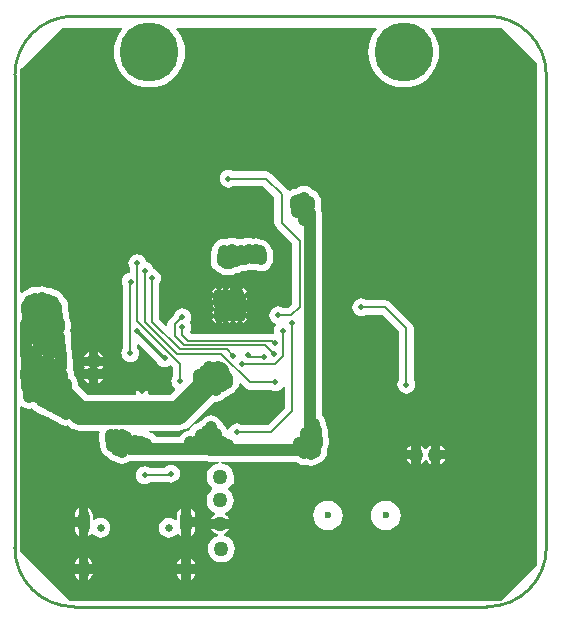
<source format=gbl>
G04*
G04 #@! TF.GenerationSoftware,Altium Limited,Altium Designer,20.2.3 (150)*
G04*
G04 Layer_Physical_Order=2*
G04 Layer_Color=16711680*
%FSLAX44Y44*%
%MOMM*%
G71*
G04*
G04 #@! TF.SameCoordinates,529A9E34-4FC0-4C7B-B34A-3B4898198E1E*
G04*
G04*
G04 #@! TF.FilePolarity,Positive*
G04*
G01*
G75*
%ADD11C,0.2000*%
%ADD19C,0.2540*%
%ADD64C,1.0000*%
%ADD71C,2.0000*%
%ADD72C,0.6000*%
%ADD73C,5.0000*%
%ADD74C,0.6500*%
%ADD75O,1.0000X1.6000*%
%ADD76O,1.0000X2.1000*%
%ADD77C,0.5000*%
%ADD78C,1.2700*%
G36*
X441706Y460121D02*
Y34925D01*
X411607Y4826D01*
X46736D01*
X4445Y47117D01*
Y169241D01*
X5584Y169803D01*
X6519Y169085D01*
X8952Y168077D01*
X11562Y167734D01*
X14173Y168077D01*
X14442Y168189D01*
X14488Y168169D01*
X15479Y166878D01*
X17568Y165275D01*
X20001Y164267D01*
X20099Y164254D01*
X21251Y163370D01*
X23684Y162362D01*
X24855Y162208D01*
X25823Y161465D01*
X28123Y160512D01*
X28306Y160274D01*
X30395Y158671D01*
X32828Y157663D01*
X33125Y157624D01*
X34078Y156893D01*
X36436Y155917D01*
X38142Y154607D01*
X40575Y153599D01*
X43185Y153256D01*
X44706Y153456D01*
X46871Y151679D01*
X49477Y150286D01*
X52305Y149428D01*
X55245Y149138D01*
X71009D01*
X71814Y148136D01*
X71793Y147868D01*
X71453Y145288D01*
Y141117D01*
X71797Y138506D01*
X72342Y137190D01*
Y136164D01*
X72686Y133553D01*
X73693Y131121D01*
X75296Y129032D01*
X77385Y127429D01*
X78885Y126808D01*
X79614Y125857D01*
X81703Y124254D01*
X84136Y123246D01*
X84953Y123139D01*
X85915Y122401D01*
X88348Y121393D01*
X90958Y121049D01*
X93569Y121393D01*
X96001Y122401D01*
X97309Y123404D01*
X97409Y123391D01*
X161353D01*
X162362Y122972D01*
X164973Y122629D01*
X172975D01*
X173058Y121359D01*
X170773Y121058D01*
X168012Y119914D01*
X165641Y118095D01*
X163822Y115724D01*
X162678Y112963D01*
X162288Y110000D01*
X162678Y107037D01*
X163822Y104276D01*
X165641Y101905D01*
X167081Y100800D01*
Y99200D01*
X165641Y98095D01*
X163822Y95724D01*
X162678Y92963D01*
X162288Y90000D01*
X162678Y87037D01*
X163822Y84276D01*
X165641Y81905D01*
X168012Y80086D01*
X169774Y79356D01*
Y77981D01*
X169253Y77765D01*
X167396Y76340D01*
X165971Y74483D01*
X165770Y74000D01*
X181702D01*
X181501Y74483D01*
X180076Y76340D01*
X178219Y77765D01*
X177698Y77981D01*
Y79356D01*
X179460Y80086D01*
X181831Y81905D01*
X183650Y84276D01*
X184794Y87037D01*
X185184Y90000D01*
X184794Y92963D01*
X183650Y95724D01*
X181831Y98095D01*
X180391Y99200D01*
Y100800D01*
X181831Y101905D01*
X183526Y104114D01*
X184240Y104243D01*
X184994Y104202D01*
X185230Y103849D01*
Y106934D01*
Y111552D01*
X184964Y111672D01*
X184794Y112963D01*
X183650Y115724D01*
X181831Y118095D01*
X179460Y119914D01*
X176699Y121058D01*
X174414Y121359D01*
X174497Y122629D01*
X238002D01*
X239691Y121333D01*
X242124Y120325D01*
X244734Y119982D01*
X246982Y120278D01*
X248093Y119817D01*
X250703Y119474D01*
X253314Y119817D01*
X255746Y120825D01*
X256526Y121423D01*
X256870Y121468D01*
X259303Y122476D01*
X261392Y124079D01*
X262994Y126168D01*
X264002Y128600D01*
X264346Y131211D01*
Y132293D01*
X264518Y132518D01*
X265526Y134950D01*
X265870Y137561D01*
Y141732D01*
X265526Y144342D01*
X264727Y146272D01*
Y149733D01*
X264383Y152344D01*
X263375Y154776D01*
X263330Y154836D01*
Y155067D01*
X262986Y157677D01*
X261978Y160110D01*
X260375Y162199D01*
X259641Y162762D01*
Y333502D01*
X259298Y336113D01*
X258999Y336833D01*
X259266Y338856D01*
Y343027D01*
X258922Y345638D01*
X257914Y348070D01*
X256311Y350159D01*
X254223Y351762D01*
X252494Y352478D01*
X251740Y353461D01*
X249650Y355064D01*
X247218Y356072D01*
X244607Y356415D01*
X241997Y356072D01*
X239564Y355064D01*
X237744Y353667D01*
X237679Y353659D01*
X237455Y353566D01*
X235266Y353278D01*
X232833Y352270D01*
X232606Y352095D01*
X230889Y352379D01*
X230259Y353322D01*
X216924Y366657D01*
X214939Y367983D01*
X212598Y368448D01*
X185196D01*
X184630Y368882D01*
X182806Y369638D01*
X180848Y369896D01*
X178890Y369638D01*
X177066Y368882D01*
X175499Y367680D01*
X174297Y366113D01*
X173541Y364289D01*
X173283Y362331D01*
X173541Y360373D01*
X174297Y358549D01*
X175499Y356982D01*
X177066Y355780D01*
X178890Y355024D01*
X180848Y354766D01*
X182806Y355024D01*
X184630Y355780D01*
X185196Y356213D01*
X210064D01*
X219816Y346462D01*
Y325120D01*
X220281Y322779D01*
X221607Y320794D01*
X235056Y307346D01*
Y256153D01*
X231674Y252771D01*
X227365D01*
X226800Y253205D01*
X224975Y253961D01*
X223017Y254219D01*
X221059Y253961D01*
X219235Y253205D01*
X217668Y252003D01*
X216466Y250436D01*
X215710Y248612D01*
X215453Y246654D01*
X215710Y244696D01*
X216466Y242871D01*
X217668Y241305D01*
X219235Y240103D01*
X220684Y239502D01*
X221135Y238471D01*
X221171Y238051D01*
X220525Y237208D01*
X219769Y235384D01*
X219511Y233426D01*
X219665Y232259D01*
X219575Y231950D01*
X218706Y231101D01*
X218596Y231063D01*
X218145Y231153D01*
X148974D01*
X147982Y232145D01*
Y232146D01*
X148416Y232712D01*
X149171Y234536D01*
X149429Y236494D01*
X149171Y238452D01*
X148416Y240276D01*
X147990Y240831D01*
X148289Y241220D01*
X149044Y243045D01*
X149302Y245003D01*
X149044Y246961D01*
X148289Y248785D01*
X147086Y250352D01*
X145520Y251554D01*
X143695Y252310D01*
X141737Y252568D01*
X139780Y252310D01*
X137955Y251554D01*
X136388Y250352D01*
X135186Y248785D01*
X134430Y246961D01*
X134412Y246823D01*
X130929Y243340D01*
X129603Y241355D01*
X129137Y239014D01*
Y238424D01*
X127964Y237938D01*
X122196Y243707D01*
Y273909D01*
X122629Y274475D01*
X123385Y276299D01*
X123643Y278257D01*
X123385Y280215D01*
X122629Y282039D01*
X121427Y283606D01*
X119860Y284808D01*
X118036Y285564D01*
X117264Y285666D01*
X117162Y286438D01*
X116406Y288262D01*
X115204Y289829D01*
X113637Y291031D01*
X111813Y291787D01*
X111058Y291886D01*
X110939Y292788D01*
X110183Y294612D01*
X108981Y296179D01*
X107414Y297381D01*
X105590Y298137D01*
X103632Y298395D01*
X101674Y298137D01*
X99850Y297381D01*
X98283Y296179D01*
X97081Y294612D01*
X96325Y292788D01*
X96067Y290830D01*
X96325Y288872D01*
X97081Y287048D01*
X97514Y286482D01*
Y282594D01*
X95959Y282389D01*
X94135Y281633D01*
X92568Y280431D01*
X91366Y278864D01*
X90610Y277040D01*
X90352Y275082D01*
X90610Y273124D01*
X91366Y271300D01*
X91545Y271066D01*
Y218978D01*
X91112Y218412D01*
X90356Y216588D01*
X90098Y214630D01*
X90356Y212672D01*
X91112Y210848D01*
X92314Y209281D01*
X93881Y208079D01*
X95705Y207323D01*
X97663Y207065D01*
X99621Y207323D01*
X101445Y208079D01*
X103012Y209281D01*
X104214Y210848D01*
X104970Y212672D01*
X105228Y214630D01*
X104970Y216588D01*
X104214Y218412D01*
X103780Y218978D01*
Y221942D01*
X104954Y222428D01*
X119730Y207652D01*
X120195Y206530D01*
X121397Y204963D01*
X122964Y203761D01*
X124788Y203005D01*
X126746Y202747D01*
X128704Y203005D01*
X130528Y203761D01*
X131871Y204791D01*
X133836Y202825D01*
Y195356D01*
X133403Y194790D01*
X132647Y192966D01*
X132389Y191008D01*
X132647Y189050D01*
X133403Y187226D01*
X134605Y185659D01*
X135628Y184874D01*
X135872Y183322D01*
X131834Y179284D01*
X113190D01*
X112498Y180554D01*
X112835Y182245D01*
X112822Y182309D01*
X102570D01*
X102557Y182245D01*
X102894Y180554D01*
X102202Y179284D01*
X61488D01*
X53271Y187500D01*
Y188930D01*
X52928Y191541D01*
X51920Y193974D01*
X50317Y196063D01*
X50187Y196162D01*
Y196397D01*
X49844Y199008D01*
X49004Y201036D01*
X49208Y202585D01*
Y206756D01*
X48864Y209366D01*
X48704Y209752D01*
X48727Y209919D01*
Y214090D01*
X48383Y216701D01*
X47915Y217830D01*
Y220583D01*
X47601Y222965D01*
X47811Y224556D01*
Y228727D01*
X47467Y231338D01*
X46738Y233097D01*
X46959Y233629D01*
X47303Y236240D01*
Y240411D01*
X46959Y243022D01*
X45951Y245454D01*
X45906Y245514D01*
Y246761D01*
X45562Y249371D01*
X45271Y250075D01*
Y254127D01*
X44927Y256737D01*
X43919Y259170D01*
X42316Y261259D01*
X41211Y262107D01*
X40744Y263234D01*
X39141Y265323D01*
X37053Y266926D01*
X34620Y267934D01*
X34323Y267973D01*
X33295Y268762D01*
X30862Y269769D01*
X28252Y270113D01*
X27503Y270015D01*
X25476Y270855D01*
X22865Y271198D01*
X20255Y270855D01*
X19732Y270638D01*
X17404Y270944D01*
X14794Y270601D01*
X12361Y269593D01*
X10818Y268409D01*
X10058Y268309D01*
X7626Y267301D01*
X5715Y265835D01*
X4445Y266154D01*
Y454849D01*
X5207Y455803D01*
X5715Y456311D01*
X5715Y456311D01*
X39624Y490220D01*
X90521D01*
X91053Y489067D01*
X89573Y487334D01*
X87106Y483308D01*
X85299Y478945D01*
X84197Y474353D01*
X83826Y469646D01*
X84197Y464939D01*
X85299Y460347D01*
X87106Y455984D01*
X89573Y451958D01*
X92640Y448367D01*
X96231Y445300D01*
X100257Y442833D01*
X104620Y441026D01*
X109212Y439924D01*
X113919Y439553D01*
X118626Y439924D01*
X123218Y441026D01*
X127581Y442833D01*
X131607Y445300D01*
X135198Y448367D01*
X138265Y451958D01*
X140732Y455984D01*
X142539Y460347D01*
X143641Y464939D01*
X144012Y469646D01*
X143641Y474353D01*
X142539Y478945D01*
X140732Y483308D01*
X138265Y487334D01*
X136785Y489067D01*
X137317Y490220D01*
X305786D01*
X306318Y489067D01*
X304839Y487334D01*
X302371Y483308D01*
X300564Y478945D01*
X299462Y474353D01*
X299091Y469646D01*
X299462Y464939D01*
X300564Y460347D01*
X302371Y455984D01*
X304839Y451958D01*
X307905Y448367D01*
X311496Y445300D01*
X315522Y442833D01*
X319885Y441026D01*
X324477Y439924D01*
X329184Y439553D01*
X333891Y439924D01*
X338483Y441026D01*
X342846Y442833D01*
X346872Y445300D01*
X350463Y448367D01*
X353530Y451958D01*
X355997Y455984D01*
X357804Y460347D01*
X358906Y464939D01*
X359277Y469646D01*
X358906Y474353D01*
X357804Y478945D01*
X355997Y483308D01*
X353530Y487334D01*
X352050Y489067D01*
X352581Y490220D01*
X411607D01*
X441706Y460121D01*
D02*
G37*
G36*
X194536Y185559D02*
X196521Y184233D01*
X198862Y183767D01*
X216257D01*
X216822Y183334D01*
X218647Y182578D01*
X220604Y182320D01*
X222562Y182578D01*
X224387Y183334D01*
X225953Y184536D01*
X227156Y186103D01*
X227181Y186165D01*
X228451Y185912D01*
Y168015D01*
X214110Y153673D01*
X192453D01*
X191887Y154107D01*
X190063Y154863D01*
X188105Y155121D01*
X186147Y154863D01*
X184323Y154107D01*
X182756Y152905D01*
X181554Y151338D01*
X180826Y149580D01*
X180606Y149503D01*
X179508Y149443D01*
X178666Y151474D01*
X177064Y153563D01*
X175885Y154467D01*
X175864Y154629D01*
X174856Y157062D01*
X173253Y159151D01*
X171164Y160754D01*
X168732Y161762D01*
X166121Y162105D01*
X163511Y161762D01*
X161078Y160754D01*
X158989Y159151D01*
X157666Y157426D01*
X155941Y156103D01*
X155377Y155367D01*
X154748Y155285D01*
X152315Y154277D01*
X150226Y152674D01*
X148623Y150585D01*
X148123Y149376D01*
X145731Y149062D01*
X143298Y148054D01*
X141209Y146451D01*
X139606Y144362D01*
X139276Y143563D01*
X119504D01*
X118263Y145181D01*
X116173Y146784D01*
X113741Y147792D01*
X113157Y147868D01*
X113240Y149138D01*
X138077D01*
X141017Y149428D01*
X143845Y150286D01*
X146451Y151679D01*
X148735Y153553D01*
X168790Y173608D01*
X169983Y173451D01*
X172593Y173795D01*
X175026Y174803D01*
X177115Y176406D01*
X177614Y177056D01*
X177927Y177097D01*
X180360Y178105D01*
X182449Y179708D01*
X182893Y180286D01*
X184678Y181026D01*
X186767Y182629D01*
X188370Y184718D01*
X189378Y187150D01*
X189584Y188716D01*
X190925Y189171D01*
X194536Y185559D01*
D02*
G37*
%LPC*%
G36*
X197871Y312473D02*
X195261Y312130D01*
X192925Y311162D01*
X191648Y311330D01*
X189076Y310992D01*
X189072Y310995D01*
X186639Y312003D01*
X184028Y312346D01*
X181418Y312003D01*
X179364Y311152D01*
X177043Y311457D01*
X174433Y311114D01*
X172000Y310106D01*
X169911Y308503D01*
X168308Y306414D01*
X167301Y303981D01*
X167029Y301920D01*
X166075Y299615D01*
X165731Y297004D01*
Y292833D01*
X166075Y290223D01*
X167082Y287790D01*
X168685Y285701D01*
X170774Y284098D01*
X171688Y283720D01*
X171689Y283718D01*
X173778Y282115D01*
X176211Y281107D01*
X178821Y280764D01*
X180536Y280989D01*
X182250Y280764D01*
X184861Y281107D01*
X187293Y282115D01*
X188062Y282705D01*
X189433Y282885D01*
X191866Y283893D01*
X192773Y284590D01*
X194823Y284320D01*
X197434Y284663D01*
X198949Y285291D01*
X200538Y285082D01*
X201303Y285182D01*
X203846Y284848D01*
X204391Y284919D01*
X205929Y284282D01*
X208539Y283939D01*
X211150Y284282D01*
X213582Y285290D01*
X215672Y286893D01*
X217274Y288982D01*
X218282Y291414D01*
X218626Y294025D01*
Y298196D01*
X218282Y300807D01*
X217274Y303239D01*
X217077Y303496D01*
X216131Y305779D01*
X214529Y307868D01*
X212439Y309471D01*
X210007Y310479D01*
X208948Y310618D01*
X206832Y311495D01*
X204221Y311838D01*
X201917Y311535D01*
X200482Y312130D01*
X197871Y312473D01*
D02*
G37*
G36*
X196342Y269748D02*
X167259D01*
Y265748D01*
Y259652D01*
Y253429D01*
Y247714D01*
Y241872D01*
Y240030D01*
X196342D01*
Y241872D01*
Y247714D01*
Y253429D01*
Y259652D01*
Y265748D01*
Y269748D01*
D02*
G37*
G36*
X70675Y215738D02*
Y211772D01*
X74641D01*
X74440Y212255D01*
X73015Y214112D01*
X71158Y215537D01*
X70675Y215738D01*
D02*
G37*
G36*
X62675D02*
X62192Y215537D01*
X60335Y214112D01*
X58910Y212255D01*
X58709Y211772D01*
X62675D01*
Y215738D01*
D02*
G37*
G36*
X74641Y203772D02*
X58709D01*
X58910Y203289D01*
X59499Y202521D01*
X58783Y201587D01*
X58582Y201104D01*
X74514D01*
X74313Y201587D01*
X73724Y202355D01*
X74440Y203289D01*
X74641Y203772D01*
D02*
G37*
G36*
X74514Y193104D02*
X70548D01*
Y189138D01*
X71031Y189339D01*
X72888Y190764D01*
X74313Y192621D01*
X74514Y193104D01*
D02*
G37*
G36*
X62548D02*
X58582D01*
X58783Y192621D01*
X60208Y190764D01*
X62065Y189339D01*
X62548Y189138D01*
Y193104D01*
D02*
G37*
G36*
X293370Y260930D02*
X291412Y260672D01*
X289588Y259916D01*
X288021Y258714D01*
X286819Y257147D01*
X286063Y255323D01*
X285805Y253365D01*
X286063Y251407D01*
X286819Y249583D01*
X288021Y248016D01*
X289588Y246814D01*
X291412Y246058D01*
X293370Y245800D01*
X295328Y246058D01*
X297152Y246814D01*
X297718Y247248D01*
X311156D01*
X325353Y233051D01*
Y192308D01*
X324919Y191742D01*
X324163Y189918D01*
X323905Y187960D01*
X324163Y186002D01*
X324919Y184178D01*
X326121Y182611D01*
X327688Y181409D01*
X329512Y180653D01*
X331470Y180395D01*
X333428Y180653D01*
X335252Y181409D01*
X336819Y182611D01*
X338021Y184178D01*
X338777Y186002D01*
X339035Y187960D01*
X338777Y189918D01*
X338021Y191742D01*
X337588Y192308D01*
Y235585D01*
X337122Y237926D01*
X335796Y239911D01*
X318016Y257691D01*
X316031Y259017D01*
X313690Y259482D01*
X297718D01*
X297152Y259916D01*
X295328Y260672D01*
X293370Y260930D01*
D02*
G37*
G36*
X352108Y136617D02*
X351625Y136416D01*
X349768Y134991D01*
X348599Y133469D01*
X348204Y133362D01*
X347503D01*
X347107Y133469D01*
X345938Y134991D01*
X344081Y136416D01*
X343598Y136617D01*
Y128651D01*
Y120685D01*
X344081Y120886D01*
X345938Y122311D01*
X347107Y123833D01*
X347503Y123940D01*
X348204D01*
X348599Y123833D01*
X349768Y122311D01*
X351625Y120886D01*
X352108Y120685D01*
Y128651D01*
Y136617D01*
D02*
G37*
G36*
X360108D02*
Y132651D01*
X364074D01*
X363873Y133134D01*
X362448Y134991D01*
X360591Y136416D01*
X360108Y136617D01*
D02*
G37*
G36*
X335598D02*
X335115Y136416D01*
X333258Y134991D01*
X331833Y133134D01*
X331632Y132651D01*
X335598D01*
Y136617D01*
D02*
G37*
G36*
X364074Y124651D02*
X360108D01*
Y120685D01*
X360591Y120886D01*
X362448Y122311D01*
X363873Y124168D01*
X364074Y124651D01*
D02*
G37*
G36*
X335598D02*
X331632D01*
X331833Y124168D01*
X333258Y122311D01*
X335115Y120886D01*
X335598Y120685D01*
Y124651D01*
D02*
G37*
G36*
X132207Y120087D02*
X130249Y119829D01*
X128425Y119073D01*
X126858Y117871D01*
X126498Y117402D01*
X114235D01*
X113669Y117835D01*
X111845Y118591D01*
X109887Y118849D01*
X107929Y118591D01*
X106105Y117835D01*
X104538Y116633D01*
X103336Y115066D01*
X102580Y113242D01*
X102322Y111284D01*
X102580Y109326D01*
X103336Y107502D01*
X104538Y105935D01*
X106105Y104733D01*
X107929Y103977D01*
X109887Y103719D01*
X111845Y103977D01*
X113669Y104733D01*
X114235Y105166D01*
X130618D01*
X132207Y104957D01*
X134165Y105215D01*
X135989Y105971D01*
X137556Y107173D01*
X138758Y108740D01*
X139514Y110564D01*
X139772Y112522D01*
X139514Y114480D01*
X138758Y116304D01*
X137556Y117871D01*
X135989Y119073D01*
X134165Y119829D01*
X132207Y120087D01*
D02*
G37*
G36*
X148780Y83685D02*
Y75750D01*
X152385D01*
Y77250D01*
X152126Y79218D01*
X151366Y81053D01*
X150158Y82628D01*
X148780Y83685D01*
D02*
G37*
G36*
X54280D02*
X52902Y82628D01*
X51694Y81053D01*
X50934Y79218D01*
X50675Y77250D01*
Y75750D01*
X54280D01*
Y83685D01*
D02*
G37*
G36*
X140780D02*
X139402Y82628D01*
X138194Y81053D01*
X137434Y79218D01*
X137175Y77250D01*
Y73489D01*
X135905Y72948D01*
X134591Y73956D01*
X132584Y74788D01*
X130430Y75071D01*
X128276Y74788D01*
X126269Y73956D01*
X124546Y72634D01*
X123224Y70911D01*
X122392Y68904D01*
X122109Y66750D01*
X122392Y64596D01*
X123224Y62589D01*
X124546Y60866D01*
X126269Y59544D01*
X128276Y58712D01*
X130430Y58429D01*
X132584Y58712D01*
X134591Y59544D01*
X136314Y60866D01*
X137096Y61886D01*
X137156Y61916D01*
X138653Y61849D01*
X139402Y60872D01*
X140780Y59815D01*
Y71750D01*
Y83685D01*
D02*
G37*
G36*
X314060Y89788D02*
X310797Y89358D01*
X307756Y88099D01*
X305145Y86095D01*
X303141Y83484D01*
X301882Y80443D01*
X301452Y77180D01*
X301882Y73917D01*
X303141Y70876D01*
X305145Y68265D01*
X307756Y66261D01*
X310797Y65002D01*
X314060Y64572D01*
X317323Y65002D01*
X320364Y66261D01*
X322975Y68265D01*
X324979Y70876D01*
X326238Y73917D01*
X326668Y77180D01*
X326238Y80443D01*
X324979Y83484D01*
X322975Y86095D01*
X320364Y88099D01*
X317323Y89358D01*
X314060Y89788D01*
D02*
G37*
G36*
X265060D02*
X261797Y89358D01*
X258756Y88099D01*
X256145Y86095D01*
X254141Y83484D01*
X252882Y80443D01*
X252452Y77180D01*
X252882Y73917D01*
X254141Y70876D01*
X256145Y68265D01*
X258756Y66261D01*
X261797Y65002D01*
X265060Y64572D01*
X268323Y65002D01*
X271364Y66261D01*
X273975Y68265D01*
X275979Y70876D01*
X277238Y73917D01*
X277668Y77180D01*
X277238Y80443D01*
X275979Y83484D01*
X273975Y86095D01*
X271364Y88099D01*
X268323Y89358D01*
X265060Y89788D01*
D02*
G37*
G36*
X152385Y67750D02*
X148780D01*
Y59815D01*
X150158Y60872D01*
X151366Y62447D01*
X152126Y64282D01*
X152385Y66250D01*
Y67750D01*
D02*
G37*
G36*
X54280D02*
X50675D01*
Y66250D01*
X50934Y64282D01*
X51694Y62447D01*
X52902Y60872D01*
X54280Y59815D01*
Y67750D01*
D02*
G37*
G36*
X62280Y83685D02*
Y71750D01*
Y59815D01*
X63658Y60872D01*
X64407Y61849D01*
X65904Y61916D01*
X65964Y61886D01*
X66746Y60866D01*
X68469Y59544D01*
X70476Y58712D01*
X72630Y58429D01*
X74784Y58712D01*
X76791Y59544D01*
X78514Y60866D01*
X79836Y62589D01*
X80668Y64596D01*
X80951Y66750D01*
X80668Y68904D01*
X79836Y70911D01*
X78514Y72634D01*
X76791Y73956D01*
X74784Y74788D01*
X72630Y75071D01*
X70476Y74788D01*
X68469Y73956D01*
X67155Y72948D01*
X65885Y73489D01*
Y77250D01*
X65626Y79218D01*
X64866Y81053D01*
X63658Y82628D01*
X62280Y83685D01*
D02*
G37*
G36*
X181702Y66000D02*
X165770D01*
X165971Y65517D01*
X167396Y63660D01*
X169253Y62235D01*
X171415Y61339D01*
X172127Y61245D01*
Y59964D01*
X171897Y59934D01*
X169136Y58790D01*
X166765Y56971D01*
X164946Y54600D01*
X163802Y51839D01*
X163412Y48876D01*
X163802Y45913D01*
X164946Y43152D01*
X166765Y40781D01*
X169136Y38962D01*
X171897Y37818D01*
X174860Y37428D01*
X177823Y37818D01*
X180584Y38962D01*
X182955Y40781D01*
X184774Y43152D01*
X185918Y45913D01*
X186308Y48876D01*
X185918Y51839D01*
X184774Y54600D01*
X182955Y56971D01*
X180584Y58790D01*
X177823Y59934D01*
X177055Y60035D01*
X176884Y60307D01*
X177388Y61890D01*
X178219Y62235D01*
X180076Y63660D01*
X181501Y65517D01*
X181702Y66000D01*
D02*
G37*
G36*
X148780Y41185D02*
Y35750D01*
X152253D01*
X152126Y36718D01*
X151366Y38552D01*
X150158Y40128D01*
X148780Y41185D01*
D02*
G37*
G36*
X62280D02*
Y35750D01*
X65753D01*
X65626Y36718D01*
X64866Y38552D01*
X63658Y40128D01*
X62280Y41185D01*
D02*
G37*
G36*
X140780D02*
X139402Y40128D01*
X138194Y38552D01*
X137434Y36718D01*
X137307Y35750D01*
X140780D01*
Y41185D01*
D02*
G37*
G36*
X54280D02*
X52902Y40128D01*
X51694Y38552D01*
X50934Y36718D01*
X50807Y35750D01*
X54280D01*
Y41185D01*
D02*
G37*
G36*
X152253Y27750D02*
X148780D01*
Y22315D01*
X150158Y23372D01*
X151366Y24948D01*
X152126Y26782D01*
X152253Y27750D01*
D02*
G37*
G36*
X65753D02*
X62280D01*
Y22315D01*
X63658Y23372D01*
X64866Y24948D01*
X65626Y26782D01*
X65753Y27750D01*
D02*
G37*
G36*
X140780D02*
X137307D01*
X137434Y26782D01*
X138194Y24948D01*
X139402Y23372D01*
X140780Y22315D01*
Y27750D01*
D02*
G37*
G36*
X54280D02*
X50807D01*
X50934Y26782D01*
X51694Y24948D01*
X52902Y23372D01*
X54280Y22315D01*
Y27750D01*
D02*
G37*
%LPD*%
D11*
X141864Y229611D02*
X146440Y225035D01*
X141864Y229611D02*
Y236494D01*
X146440Y225035D02*
X218145D01*
X135255Y229109D02*
X142828Y221535D01*
X135255Y239014D02*
X141244Y245003D01*
X135255Y229109D02*
Y239014D01*
X142828Y221535D02*
X212170D01*
X139446Y217805D02*
X179730D01*
X116078Y241173D02*
Y278257D01*
Y241173D02*
X139446Y217805D01*
X137033Y214122D02*
X174625D01*
X109855Y241300D02*
Y284480D01*
Y241300D02*
X137033Y214122D01*
X103632Y241681D02*
X139954Y205359D01*
X103632Y241681D02*
Y290830D01*
X139954Y191008D02*
Y205359D01*
X223017Y246654D02*
X234208D01*
X241173Y253619D01*
Y309880D01*
X225933Y325120D02*
X241173Y309880D01*
X212598Y362331D02*
X225933Y348996D01*
Y325120D02*
Y348996D01*
X180848Y362331D02*
X212598D01*
X97663Y214630D02*
Y274828D01*
X97917Y275082D01*
X173736Y70000D02*
X174681Y70945D01*
X198862Y189885D02*
X220604D01*
X174625Y214122D02*
X198862Y189885D01*
X179730Y217805D02*
X184917Y212618D01*
X313690Y253365D02*
X331470Y235585D01*
X293370Y253365D02*
X313690D01*
X234569Y165481D02*
Y239903D01*
X188105Y147556D02*
X216644D01*
X234569Y165481D01*
X219660Y223520D02*
X220472D01*
X218145Y225035D02*
X219660Y223520D01*
X212170Y221535D02*
X219583Y214122D01*
X227076Y211836D02*
Y233426D01*
X141244Y245003D02*
X141737D01*
X331470Y187960D02*
Y235585D01*
X109887Y111284D02*
X130969D01*
X132207Y112522D01*
X199243Y211348D02*
X210825D01*
X192024Y205105D02*
X220345D01*
X227076Y211836D01*
D19*
X102997Y233426D02*
X126111Y210312D01*
X126746D01*
X205622Y297298D02*
X206209Y297886D01*
X0Y50000D02*
G03*
X50000Y0I50000J0D01*
G01*
X400000D02*
G03*
X450000Y50000I0J50000D01*
G01*
Y450000D02*
G03*
X400000Y500000I-50000J0D01*
G01*
X50000D02*
G03*
X0Y450000I0J-50000D01*
G01*
X50000Y0D02*
X400000D01*
X50000Y500000D02*
X400000D01*
X450000Y50000D02*
Y450000D01*
X0Y50000D02*
Y450000D01*
D64*
X190627Y257429D02*
Y261600D01*
Y251714D02*
Y255885D01*
X189230Y260477D02*
Y264648D01*
X190627Y245872D02*
Y250043D01*
X184531Y245872D02*
Y250043D01*
X183515Y260096D02*
Y264267D01*
X178308Y259715D02*
Y263886D01*
X172720Y257429D02*
Y263652D01*
X181991Y249047D02*
Y253218D01*
X178816Y245872D02*
Y250043D01*
X173385Y245660D02*
Y249830D01*
X174879Y247142D02*
Y251313D01*
X169983Y183538D02*
Y187709D01*
X175317Y186840D02*
Y191011D01*
X179635Y189761D02*
Y193932D01*
X164776Y198397D02*
Y202568D01*
X160712Y195603D02*
Y199774D01*
X155632Y191793D02*
Y195964D01*
X184028Y298089D02*
Y302260D01*
X177043Y297200D02*
Y301371D01*
X175817Y292833D02*
Y297004D01*
X178821Y290850D02*
Y295021D01*
X182250Y290850D02*
Y295021D01*
X186822Y292628D02*
Y296799D01*
X191273Y294651D02*
Y298822D01*
X191648Y297073D02*
Y301244D01*
X197871Y298216D02*
Y302387D01*
X194823Y294406D02*
Y298577D01*
X200538Y295168D02*
Y299339D01*
X203846Y294934D02*
Y299105D01*
X204221Y297581D02*
Y301752D01*
X207396Y296565D02*
Y300736D01*
X208539Y294025D02*
Y298196D01*
X28072Y206776D02*
Y210947D01*
X23881Y202966D02*
Y207137D01*
X43185Y184759D02*
Y188930D01*
X40101Y192226D02*
Y196397D01*
X39121Y202585D02*
Y206756D01*
X38640Y209919D02*
Y214090D01*
X37829Y216412D02*
Y220583D01*
X37724Y224556D02*
Y228727D01*
X23119Y217825D02*
Y221996D01*
X25278Y224175D02*
Y228346D01*
X30739Y230398D02*
Y234569D01*
X18547Y232176D02*
Y236347D01*
X23707Y233943D02*
Y238114D01*
X19817Y246146D02*
Y250317D01*
X25492Y245630D02*
Y249801D01*
X37216Y236240D02*
Y240411D01*
X35819Y242590D02*
Y246761D01*
X35184Y249956D02*
Y254127D01*
X32009Y254020D02*
Y258191D01*
X28252Y255856D02*
Y260027D01*
X22865Y256941D02*
Y261112D01*
X17404Y256687D02*
Y260858D01*
X12669Y254395D02*
Y258566D01*
X10038Y250337D02*
Y254508D01*
X10927Y242971D02*
Y247142D01*
X9784Y235351D02*
Y239522D01*
X9403Y228112D02*
Y232283D01*
X9747Y220632D02*
Y224803D01*
Y213490D02*
Y217661D01*
X10546Y206014D02*
Y210185D01*
X10292Y200172D02*
Y204343D01*
X9530Y194203D02*
Y198374D01*
X14229Y192171D02*
Y196342D01*
X10673Y185948D02*
Y190119D01*
X11562Y177820D02*
Y181991D01*
X43185Y163342D02*
Y167513D01*
X39121Y165628D02*
Y169799D01*
X35438Y167406D02*
Y171577D01*
X30866Y170200D02*
Y174371D01*
X26294Y172105D02*
Y176276D01*
X22611Y174010D02*
Y178181D01*
X18547Y177312D02*
Y181483D01*
X111130Y133878D02*
Y138049D01*
X106431Y135275D02*
Y139446D01*
X101859Y135783D02*
Y139954D01*
X90937Y140990D02*
Y145161D01*
X94112Y139593D02*
Y143764D01*
X90958Y131136D02*
Y135307D01*
X86746Y132989D02*
Y137160D01*
X82428Y136164D02*
Y140335D01*
X81539Y141117D02*
Y145288D01*
X148341Y135148D02*
Y139319D01*
X157358Y141371D02*
Y145542D01*
X154564Y136291D02*
Y140462D01*
X180345Y132735D02*
Y136906D01*
X175392Y135148D02*
Y139319D01*
X166121Y147848D02*
Y152019D01*
X163073Y144800D02*
Y148971D01*
X169931Y142260D02*
Y146431D01*
Y136291D02*
Y140462D01*
X161295Y136926D02*
Y141097D01*
X244734Y130068D02*
Y134239D01*
X240797Y134513D02*
Y138684D01*
X246512Y143022D02*
Y147193D01*
X245750Y136164D02*
Y140335D01*
X253243Y150896D02*
Y155067D01*
X254640Y145562D02*
Y149733D01*
X255783Y137561D02*
Y141732D01*
X254259Y131211D02*
Y135382D01*
X250703Y129560D02*
Y133731D01*
X249179Y338856D02*
Y343027D01*
X244607Y342158D02*
Y346329D01*
X237876Y339364D02*
Y343535D01*
X244607Y327172D02*
Y331343D01*
X239146Y333776D02*
Y337947D01*
X245110Y132715D02*
X249555Y137160D01*
Y333502D01*
X243586Y339471D02*
X249555Y333502D01*
X240289Y338729D02*
Y343916D01*
X85725Y145161D02*
X97409Y133477D01*
X164973D01*
Y132715D02*
X245110D01*
X171958Y198092D02*
Y198731D01*
X179900Y297298D02*
X205622D01*
D71*
X25908Y193548D02*
X55245Y164211D01*
X138077D02*
X171958Y198092D01*
X55245Y164211D02*
X138077D01*
D72*
X314060Y77180D02*
D03*
X265060D02*
D03*
D73*
X329184Y469646D02*
D03*
X113919D02*
D03*
D74*
X72630Y66750D02*
D03*
X130430D02*
D03*
D75*
X144780Y31750D02*
D03*
X58280D02*
D03*
D76*
X144780Y71750D02*
D03*
X58280D02*
D03*
D77*
X126746Y210312D02*
D03*
X116078Y278257D02*
D03*
X109855Y284480D02*
D03*
X103632Y290830D02*
D03*
X102997Y233426D02*
D03*
X97663Y214630D02*
D03*
X97917Y275082D02*
D03*
X189230Y106934D02*
D03*
X180848Y362331D02*
D03*
X172720Y263652D02*
D03*
X167259D02*
D03*
X178816D02*
D03*
X184531D02*
D03*
X190627D02*
D03*
X196342D02*
D03*
X167259Y251714D02*
D03*
X172720D02*
D03*
X178816D02*
D03*
X184531D02*
D03*
X190627D02*
D03*
X196342D02*
D03*
X276860Y215011D02*
D03*
X269113Y212979D02*
D03*
X273304Y214884D02*
D03*
X301625Y189992D02*
D03*
X273050Y182626D02*
D03*
X107696Y182245D02*
D03*
X107950Y186309D02*
D03*
X196342Y240030D02*
D03*
X190627D02*
D03*
X184531D02*
D03*
X178816D02*
D03*
X172720D02*
D03*
X167259D02*
D03*
X196342Y245872D02*
D03*
X190627D02*
D03*
X184531D02*
D03*
X178816D02*
D03*
X172720D02*
D03*
X167259D02*
D03*
X196342Y257429D02*
D03*
X190627D02*
D03*
X184531D02*
D03*
X178816D02*
D03*
X172720D02*
D03*
X167259D02*
D03*
X196342Y269748D02*
D03*
X190627D02*
D03*
X184531D02*
D03*
X178816D02*
D03*
X172720D02*
D03*
X167259D02*
D03*
X293370Y253365D02*
D03*
X176784Y191008D02*
D03*
X178689Y195072D02*
D03*
X177038Y199009D02*
D03*
X175006Y201930D02*
D03*
X170688Y202946D02*
D03*
X166243Y202565D02*
D03*
X167132Y197739D02*
D03*
X162179Y199771D02*
D03*
X163322Y196342D02*
D03*
X159208Y195959D02*
D03*
X164084Y192405D02*
D03*
X161163Y192659D02*
D03*
X157099Y192913D02*
D03*
X184917Y212618D02*
D03*
X186182Y293370D02*
D03*
X182626Y293497D02*
D03*
X179197D02*
D03*
X176022D02*
D03*
X89027Y143129D02*
D03*
X86614D02*
D03*
X84201Y142367D02*
D03*
X91440Y141351D02*
D03*
X89281Y140462D02*
D03*
X86995Y140081D02*
D03*
X84836Y139827D02*
D03*
X88265Y145415D02*
D03*
X82804Y145669D02*
D03*
X168656Y134366D02*
D03*
X167513Y145288D02*
D03*
X164084Y144526D02*
D03*
X166370Y142113D02*
D03*
X163957Y141097D02*
D03*
X167640Y138811D02*
D03*
X166497Y136398D02*
D03*
X163957Y137033D02*
D03*
X251079Y132207D02*
D03*
X249174Y133858D02*
D03*
X251968Y135382D02*
D03*
X252349Y138049D02*
D03*
X249301Y140589D02*
D03*
X252476Y141097D02*
D03*
X251206Y143510D02*
D03*
X248412Y143637D02*
D03*
X251333Y146304D02*
D03*
X248920Y146177D02*
D03*
X243713Y342900D02*
D03*
X241046Y343916D02*
D03*
X238252Y342011D02*
D03*
X240665Y341376D02*
D03*
X243586Y339471D02*
D03*
X242697Y336423D02*
D03*
X239522D02*
D03*
X237363Y338074D02*
D03*
X208915Y296672D02*
D03*
X206209Y297886D02*
D03*
X207772Y299212D02*
D03*
X204597Y300228D02*
D03*
X200914Y297815D02*
D03*
X181483Y300101D02*
D03*
X177419Y299847D02*
D03*
X175895Y297053D02*
D03*
X188722Y297307D02*
D03*
X183515Y297434D02*
D03*
X186055Y297180D02*
D03*
X139954Y191008D02*
D03*
X234950Y239776D02*
D03*
X210825Y211348D02*
D03*
X132207Y112522D02*
D03*
X109887Y111284D02*
D03*
X174498Y194945D02*
D03*
X171958Y198731D02*
D03*
X169926Y193421D02*
D03*
X141864Y236494D02*
D03*
X220472Y223520D02*
D03*
X219583Y214122D02*
D03*
X249555Y137160D02*
D03*
X141737Y245003D02*
D03*
X220604Y189885D02*
D03*
X192024Y205105D02*
D03*
X197744Y212872D02*
D03*
X240289Y338729D02*
D03*
X223017Y246654D02*
D03*
X164973Y133477D02*
D03*
X188105Y147556D02*
D03*
X85725Y145161D02*
D03*
X227076Y233426D02*
D03*
X204089Y297942D02*
D03*
X331470Y187960D02*
D03*
X179900Y297298D02*
D03*
D78*
X66548Y197104D02*
D03*
X66675Y207772D02*
D03*
X38735Y191897D02*
D03*
X356108Y128651D02*
D03*
X339598D02*
D03*
X173736Y110000D02*
D03*
Y90000D02*
D03*
Y70000D02*
D03*
X174860Y48876D02*
D03*
X30861Y181864D02*
D03*
X17018Y184531D02*
D03*
X25908Y193548D02*
D03*
X32131Y216281D02*
D03*
X17526Y215646D02*
D03*
X31750Y227965D02*
D03*
X17653Y227711D02*
D03*
X29718Y241935D02*
D03*
X28829Y253873D02*
D03*
X17526Y254254D02*
D03*
X18034Y240538D02*
D03*
X17399Y197993D02*
D03*
X17907Y206375D02*
D03*
X33909Y203835D02*
D03*
M02*

</source>
